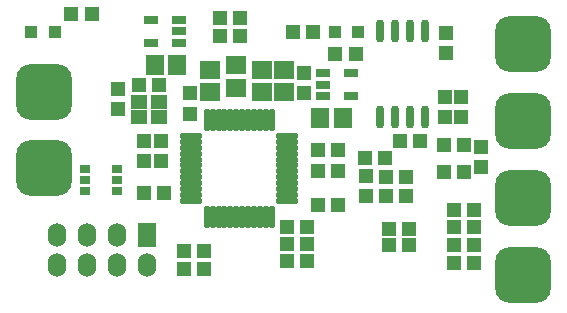
<source format=gts>
G04*
G04 #@! TF.GenerationSoftware,Altium Limited,CircuitStudio,1.5.1 (1.5.1.13)*
G04*
G04 Layer_Color=20142*
%FSLAX25Y25*%
%MOIN*%
G70*
G01*
G75*
%ADD21R,0.04000X0.04000*%
%ADD24O,0.06000X0.08000*%
%ADD25R,0.06000X0.08000*%
G04:AMPARAMS|DCode=37|XSize=185.17mil|YSize=185.17mil|CornerRadius=48.29mil|HoleSize=0mil|Usage=FLASHONLY|Rotation=0.000|XOffset=0mil|YOffset=0mil|HoleType=Round|Shape=RoundedRectangle|*
%AMROUNDEDRECTD37*
21,1,0.18517,0.08858,0,0,0.0*
21,1,0.08858,0.18517,0,0,0.0*
1,1,0.09658,0.04429,-0.04429*
1,1,0.09658,-0.04429,-0.04429*
1,1,0.09658,-0.04429,0.04429*
1,1,0.09658,0.04429,0.04429*
%
%ADD37ROUNDEDRECTD37*%
%ADD38R,0.04737X0.05131*%
%ADD39R,0.05131X0.04737*%
%ADD40O,0.01981X0.07690*%
%ADD41O,0.07690X0.01981*%
%ADD42R,0.05524X0.04737*%
%ADD43R,0.06706X0.05918*%
%ADD44R,0.05918X0.06706*%
%ADD45R,0.05131X0.03162*%
%ADD46O,0.02965X0.07690*%
%ADD47R,0.03556X0.02769*%
D21*
X335396Y330709D02*
D03*
X327596D02*
D03*
X234215D02*
D03*
X226415D02*
D03*
D24*
X235000Y252972D02*
D03*
Y262972D02*
D03*
X245000Y252972D02*
D03*
Y262972D02*
D03*
X255000Y252972D02*
D03*
Y262972D02*
D03*
X265000Y252972D02*
D03*
D25*
Y262972D02*
D03*
D37*
X390158Y326476D02*
D03*
Y300886D02*
D03*
Y275295D02*
D03*
X230709Y285138D02*
D03*
Y310728D02*
D03*
X390158Y249705D02*
D03*
D38*
X337795Y275886D02*
D03*
Y282579D02*
D03*
X269685Y294390D02*
D03*
Y287697D02*
D03*
X263779Y294390D02*
D03*
Y287697D02*
D03*
X279134Y310138D02*
D03*
Y303445D02*
D03*
X255118Y311713D02*
D03*
Y305020D02*
D03*
X317323Y316831D02*
D03*
Y310138D02*
D03*
X364173Y308957D02*
D03*
Y302264D02*
D03*
X369685Y308957D02*
D03*
Y302264D02*
D03*
X364567Y330217D02*
D03*
Y323524D02*
D03*
X376378Y285630D02*
D03*
Y292323D02*
D03*
D39*
X344685Y276083D02*
D03*
X351378D02*
D03*
X344685Y282382D02*
D03*
X351378D02*
D03*
X337598Y288681D02*
D03*
X344291D02*
D03*
X363976Y283957D02*
D03*
X370669D02*
D03*
X328543Y284350D02*
D03*
X321850D02*
D03*
X328543Y272933D02*
D03*
X321850D02*
D03*
X277362Y257579D02*
D03*
X284055D02*
D03*
X263976Y276870D02*
D03*
X270669D02*
D03*
X318307Y259941D02*
D03*
X311614D02*
D03*
X318307Y265453D02*
D03*
X311614D02*
D03*
X262402Y313090D02*
D03*
X269094D02*
D03*
X328543Y291437D02*
D03*
X321850D02*
D03*
X327756Y323327D02*
D03*
X334449D02*
D03*
X289173Y335138D02*
D03*
X295866D02*
D03*
X289173Y329232D02*
D03*
X295866D02*
D03*
X363976Y293012D02*
D03*
X370669D02*
D03*
X349410Y294193D02*
D03*
X356102D02*
D03*
X284055Y251673D02*
D03*
X277362D02*
D03*
X311614Y254429D02*
D03*
X318307D02*
D03*
X345472Y259547D02*
D03*
X352165D02*
D03*
X345472Y265059D02*
D03*
X352165D02*
D03*
X367126Y259547D02*
D03*
X373819D02*
D03*
X367126Y265453D02*
D03*
X373819D02*
D03*
X373819Y253642D02*
D03*
X367126D02*
D03*
X373819Y271358D02*
D03*
X367126D02*
D03*
X320276Y330709D02*
D03*
X313583D02*
D03*
X239764Y336614D02*
D03*
X246457D02*
D03*
D40*
X306496Y269094D02*
D03*
X304528D02*
D03*
X302559D02*
D03*
X300590D02*
D03*
X298622D02*
D03*
X296654D02*
D03*
X294685D02*
D03*
X292717D02*
D03*
X290748D02*
D03*
X288779D02*
D03*
X286811D02*
D03*
X284842D02*
D03*
Y301181D02*
D03*
X286811D02*
D03*
X288779D02*
D03*
X290748D02*
D03*
X292717D02*
D03*
X294685D02*
D03*
X296654D02*
D03*
X298622D02*
D03*
X300590D02*
D03*
X302559D02*
D03*
X304528D02*
D03*
X306496D02*
D03*
D41*
X279626Y274311D02*
D03*
Y276279D02*
D03*
Y278248D02*
D03*
Y280217D02*
D03*
Y282185D02*
D03*
Y284154D02*
D03*
Y286122D02*
D03*
Y288090D02*
D03*
Y290059D02*
D03*
Y292028D02*
D03*
Y293996D02*
D03*
Y295965D02*
D03*
X311713D02*
D03*
Y293996D02*
D03*
Y292028D02*
D03*
Y290059D02*
D03*
Y288090D02*
D03*
Y286122D02*
D03*
Y284154D02*
D03*
Y282185D02*
D03*
Y280217D02*
D03*
Y278248D02*
D03*
Y276279D02*
D03*
Y274311D02*
D03*
D42*
X262402Y307382D02*
D03*
X269094D02*
D03*
Y302264D02*
D03*
X262402D02*
D03*
D43*
X294488Y319488D02*
D03*
Y312008D02*
D03*
X310630Y318012D02*
D03*
Y310531D02*
D03*
X303150Y318012D02*
D03*
Y310531D02*
D03*
X285827Y318012D02*
D03*
Y310531D02*
D03*
D44*
X330118Y302067D02*
D03*
X322638D02*
D03*
X267520Y319783D02*
D03*
X275000D02*
D03*
D45*
X266142Y327067D02*
D03*
Y334547D02*
D03*
X275590D02*
D03*
Y330807D02*
D03*
Y327067D02*
D03*
X333071Y316831D02*
D03*
Y309350D02*
D03*
X323622D02*
D03*
Y313090D02*
D03*
Y316831D02*
D03*
D46*
X342500Y302264D02*
D03*
X347500D02*
D03*
X352500D02*
D03*
X357500D02*
D03*
X342500Y331004D02*
D03*
X347500D02*
D03*
X352500D02*
D03*
X357500D02*
D03*
D47*
X254823Y277461D02*
D03*
Y281201D02*
D03*
Y284941D02*
D03*
X244390D02*
D03*
Y281201D02*
D03*
Y277461D02*
D03*
M02*

</source>
